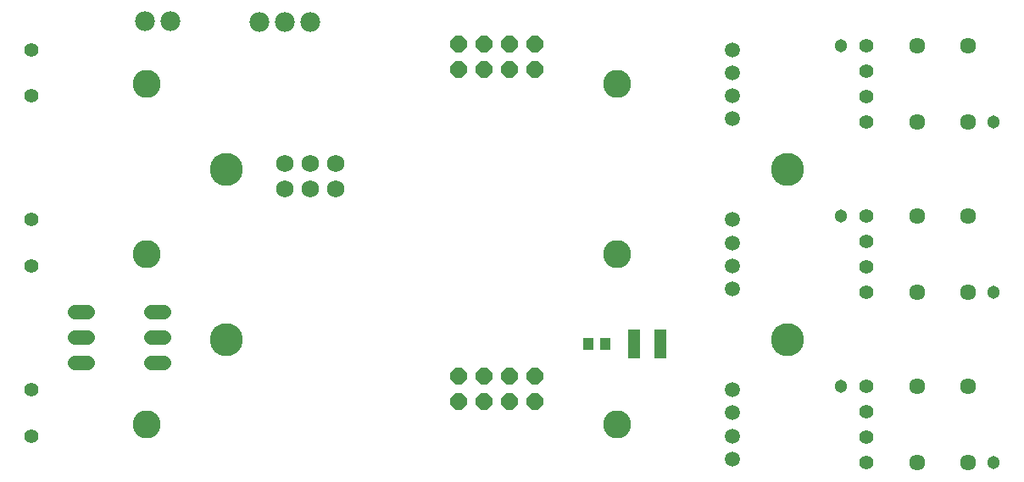
<source format=gbr>
G04 EAGLE Gerber RS-274X export*
G75*
%MOMM*%
%FSLAX34Y34*%
%LPD*%
%INSoldermask Top*%
%IPPOS*%
%AMOC8*
5,1,8,0,0,1.08239X$1,22.5*%
G01*
%ADD10C,3.301600*%
%ADD11C,1.727200*%
%ADD12C,1.981200*%
%ADD13R,1.301600X2.901600*%
%ADD14R,1.101600X1.201600*%
%ADD15C,1.509600*%
%ADD16C,1.409600*%
%ADD17C,2.801600*%
%ADD18C,1.422400*%
%ADD19C,1.609600*%
%ADD20C,1.301600*%
%ADD21P,1.759533X8X202.500000*%
%ADD22P,1.759533X8X22.500000*%


D10*
X780000Y165000D03*
X780000Y335000D03*
X220000Y165000D03*
X220000Y335000D03*
D11*
X303100Y315500D03*
X303100Y340900D03*
X328500Y340900D03*
X328500Y315500D03*
X277700Y315500D03*
X277700Y340900D03*
D12*
X303200Y482500D03*
X277800Y482500D03*
X252400Y482500D03*
X138300Y483000D03*
X163700Y483000D03*
D13*
X626500Y160000D03*
X653500Y160000D03*
D14*
X581500Y160000D03*
X598500Y160000D03*
D15*
X725000Y408500D03*
X725000Y431500D03*
X725000Y454500D03*
X725000Y385500D03*
D16*
X25000Y454500D03*
X25000Y408500D03*
D17*
X610000Y420000D03*
X140000Y420000D03*
D15*
X725000Y238500D03*
X725000Y261500D03*
X725000Y284500D03*
X725000Y215500D03*
D16*
X25000Y284500D03*
X25000Y238500D03*
D17*
X610000Y250000D03*
X140000Y250000D03*
D15*
X725000Y68500D03*
X725000Y91500D03*
X725000Y114500D03*
X725000Y45500D03*
D16*
X25000Y114500D03*
X25000Y68500D03*
D17*
X610000Y80000D03*
X140000Y80000D03*
D18*
X81104Y141600D02*
X67896Y141600D01*
X67896Y167000D02*
X81104Y167000D01*
X81104Y192400D02*
X67896Y192400D01*
X144096Y192400D02*
X157304Y192400D01*
X157304Y141600D02*
X144096Y141600D01*
X144096Y167000D02*
X157304Y167000D01*
D19*
X960400Y381900D03*
X960400Y458100D03*
X909600Y458100D03*
X909600Y381900D03*
D16*
X858800Y458100D03*
X858800Y432700D03*
X858800Y407300D03*
X858800Y381900D03*
D20*
X833400Y458100D03*
X985800Y381900D03*
D19*
X960400Y211900D03*
X960400Y288100D03*
X909600Y288100D03*
X909600Y211900D03*
D16*
X858800Y288100D03*
X858800Y262700D03*
X858800Y237300D03*
X858800Y211900D03*
D20*
X833400Y288100D03*
X985800Y211900D03*
D19*
X960400Y41900D03*
X960400Y118100D03*
X909600Y118100D03*
X909600Y41900D03*
D16*
X858800Y118100D03*
X858800Y92700D03*
X858800Y67300D03*
X858800Y41900D03*
D20*
X833400Y118100D03*
X985800Y41900D03*
D21*
X528100Y103100D03*
X502700Y103100D03*
X477300Y103100D03*
X451900Y103100D03*
X528100Y128500D03*
X502700Y128500D03*
X477300Y128500D03*
X451900Y128500D03*
D22*
X451900Y459900D03*
X477300Y459900D03*
X502700Y459900D03*
X528100Y459900D03*
X451900Y434500D03*
X477300Y434500D03*
X502700Y434500D03*
X528100Y434500D03*
M02*

</source>
